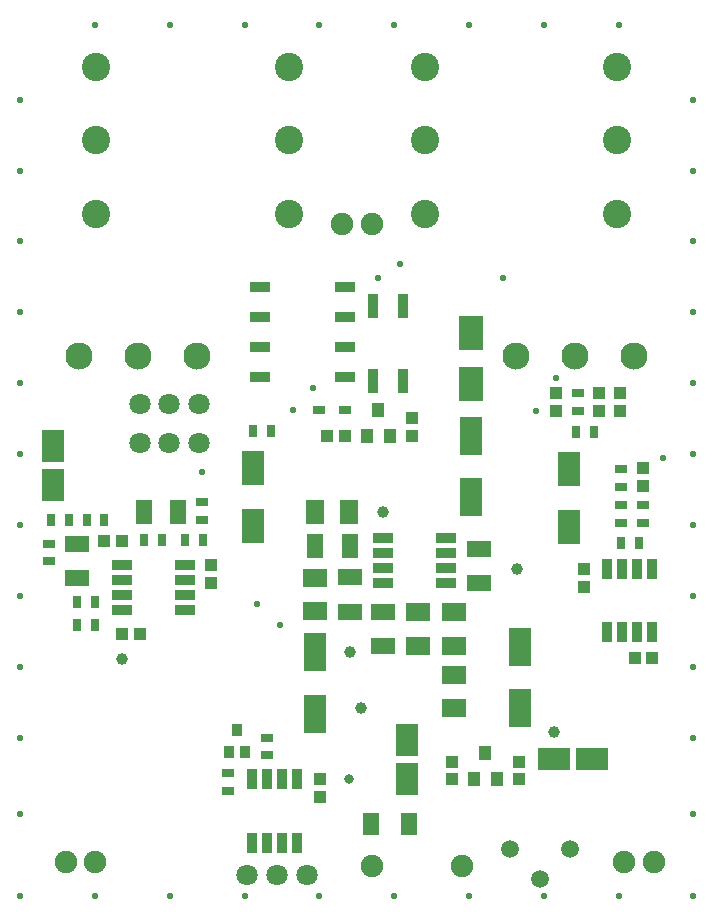
<source format=gts>
%FSLAX46Y46*%
%MOMM*%
%AMPS36*
1,1,2.300000,0.000000,0.000000*
%
%ADD36PS36*%
%AMPS52*
1,1,1.800000,0.000000,0.000000*
%
%ADD52PS52*%
%AMPS58*
1,1,1.500000,0.000000,0.000000*
%
%ADD58PS58*%
%AMPS33*
1,1,2.400000,0.000000,0.000000*
%
%ADD33PS33*%
%AMPS30*
1,1,1.900000,0.000000,0.000000*
%
%ADD30PS30*%
%AMPS49*
1,1,1.900000,0.000000,0.000000*
%
%ADD49PS49*%
%AMPS53*
1,1,1.900000,0.000000,0.000000*
%
%ADD53PS53*%
%AMPS50*
21,1,1.794948,2.941421,0.000000,0.000000,0.000000*
%
%ADD50PS50*%
%AMPS51*
21,1,1.794948,2.941421,0.000000,0.000000,180.000000*
%
%ADD51PS51*%
%AMPS37*
21,1,1.800000,3.150000,0.000000,0.000000,0.000000*
%
%ADD37PS37*%
%AMPS38*
21,1,1.800000,3.150000,0.000000,0.000000,180.000000*
%
%ADD38PS38*%
%AMPS46*
21,1,0.800000,1.750000,0.000000,0.000000,0.000000*
%
%ADD46PS46*%
%AMPS54*
21,1,0.800000,1.750000,0.000000,0.000000,90.000000*
%
%ADD54PS54*%
%AMPS45*
21,1,0.800000,1.750000,0.000000,0.000000,180.000000*
%
%ADD45PS45*%
%AMPS55*
21,1,0.800000,1.750000,0.000000,0.000000,270.000000*
%
%ADD55PS55*%
%AMPS25*
21,1,1.800000,2.700000,0.000000,0.000000,0.000000*
%
%ADD25PS25*%
%AMPS18*
21,1,1.800000,2.700000,0.000000,0.000000,90.000000*
%
%ADD18PS18*%
%AMPS24*
21,1,1.800000,2.700000,0.000000,0.000000,180.000000*
%
%ADD24PS24*%
%AMPS19*
21,1,1.800000,2.700000,0.000000,0.000000,270.000000*
%
%ADD19PS19*%
%AMPS31*
21,1,1.100000,1.200000,0.000000,0.000000,0.000000*
%
%ADD31PS31*%
%AMPS32*
21,1,1.100000,1.200000,0.000000,0.000000,180.000000*
%
%ADD32PS32*%
%AMPS34*
21,1,0.600000,1.100000,0.000000,0.000000,90.000000*
%
%ADD34PS34*%
%AMPS35*
21,1,0.600000,1.100000,0.000000,0.000000,270.000000*
%
%ADD35PS35*%
%AMPS21*
21,1,0.800000,2.000000,0.000000,0.000000,0.000000*
%
%ADD21PS21*%
%AMPS20*
21,1,0.800000,2.000000,0.000000,0.000000,180.000000*
%
%ADD20PS20*%
%AMPS23*
21,1,0.901421,1.691421,0.000000,0.000000,90.000000*
%
%ADD23PS23*%
%AMPS22*
21,1,0.901421,1.691421,0.000000,0.000000,270.000000*
%
%ADD22PS22*%
%AMPS39*
21,1,2.000000,1.540000,0.000000,0.000000,0.000000*
%
%ADD39PS39*%
%AMPS43*
21,1,2.000000,1.540000,0.000000,0.000000,90.000000*
%
%ADD43PS43*%
%AMPS40*
21,1,2.000000,1.540000,0.000000,0.000000,180.000000*
%
%ADD40PS40*%
%AMPS44*
21,1,2.000000,1.540000,0.000000,0.000000,270.000000*
%
%ADD44PS44*%
%AMPS15*
21,1,2.000000,1.400000,0.000000,0.000000,0.000000*
%
%ADD15PS15*%
%AMPS48*
21,1,2.000000,1.400000,0.000000,0.000000,90.000000*
%
%ADD48PS48*%
%AMPS14*
21,1,2.000000,1.400000,0.000000,0.000000,180.000000*
%
%ADD14PS14*%
%AMPS47*
21,1,2.000000,1.400000,0.000000,0.000000,270.000000*
%
%ADD47PS47*%
%AMPS28*
21,1,1.100000,0.700000,0.000000,0.000000,0.000000*
%
%ADD28PS28*%
%AMPS17*
21,1,1.100000,0.700000,0.000000,0.000000,90.000000*
%
%ADD17PS17*%
%AMPS29*
21,1,1.100000,0.700000,0.000000,0.000000,180.000000*
%
%ADD29PS29*%
%AMPS16*
21,1,1.100000,0.700000,0.000000,0.000000,270.000000*
%
%ADD16PS16*%
%AMPS57*
21,1,1.900000,1.300000,0.000000,0.000000,90.000000*
%
%ADD57PS57*%
%AMPS56*
21,1,1.900000,1.300000,0.000000,0.000000,270.000000*
%
%ADD56PS56*%
%AMPS41*
21,1,0.900000,1.100000,0.000000,0.000000,0.000000*
%
%ADD41PS41*%
%AMPS42*
21,1,0.900000,1.100000,0.000000,0.000000,180.000000*
%
%ADD42PS42*%
%AMPS13*
21,1,1.050000,1.000000,0.000000,0.000000,0.000000*
%
%ADD13PS13*%
%AMPS11*
21,1,1.050000,1.000000,0.000000,0.000000,90.000000*
%
%ADD11PS11*%
%AMPS12*
21,1,1.050000,1.000000,0.000000,0.000000,180.000000*
%
%ADD12PS12*%
%AMPS10*
21,1,1.050000,1.000000,0.000000,0.000000,270.000000*
%
%ADD10PS10*%
%AMPS27*
21,1,1.950000,2.850000,0.000000,0.000000,0.000000*
%
%ADD27PS27*%
%AMPS26*
21,1,1.950000,2.850000,0.000000,0.000000,180.000000*
%
%ADD26PS26*%
%AMPS60*
1,1,1.000000,0.000000,0.000000*
%
%ADD60PS60*%
%AMPS61*
1,1,0.800000,0.000000,0.000000*
%
%ADD61PS61*%
%AMPS59*
1,1,0.550000,0.000000,0.000000*
%
%ADD59PS59*%
G01*
G01*
%LPD*%
G75*
D10*
X8130000Y30960000D03*
D11*
X9630000Y30960000D03*
D12*
X53690000Y37130000D03*
D13*
X53690000Y35630000D03*
D14*
X28890000Y27860000D03*
D15*
X28890000Y24960000D03*
D16*
X5830000Y23860000D03*
D17*
X7330000Y23860000D03*
D11*
X11130000Y23100000D03*
D10*
X9630000Y23100000D03*
D18*
X49450000Y12500000D03*
D19*
X46150000Y12500000D03*
D20*
X30870000Y50800000D03*
D21*
X33370000Y44500000D03*
D21*
X30870000Y44500000D03*
D20*
X33370000Y50800000D03*
D22*
X21325000Y44790000D03*
D23*
X28475000Y47330000D03*
D23*
X28475000Y52410000D03*
D23*
X28475000Y49870000D03*
D22*
X21325000Y47330000D03*
D22*
X21325000Y52410000D03*
D23*
X28475000Y44790000D03*
D22*
X21325000Y49870000D03*
D15*
X5830000Y27810000D03*
D14*
X5830000Y30710000D03*
D24*
X33740000Y14050000D03*
D25*
X33740000Y10750000D03*
D26*
X39130000Y48550000D03*
D27*
X39130000Y44250000D03*
D17*
X5130000Y32760000D03*
D16*
X3630000Y32760000D03*
D12*
X50000000Y43450000D03*
D13*
X50000000Y41950000D03*
D28*
X16400000Y32750000D03*
D29*
X16400000Y34250000D03*
D15*
X31740000Y22060000D03*
D14*
X31740000Y24960000D03*
D30*
X52150000Y3780000D03*
D30*
X54650000Y3780000D03*
D31*
X41340000Y10750000D03*
D32*
X40390000Y12950000D03*
D31*
X39440000Y10750000D03*
D33*
X23750000Y58650000D03*
D33*
X23750000Y71100000D03*
D33*
X7450000Y71100000D03*
D33*
X23750000Y64850000D03*
D33*
X7450000Y64850000D03*
D33*
X7450000Y58650000D03*
D29*
X51850000Y33970000D03*
D28*
X51850000Y32470000D03*
D34*
X28475000Y42000000D03*
D35*
X26275000Y42000000D03*
D15*
X39800000Y27390000D03*
D14*
X39800000Y30290000D03*
D13*
X17150000Y27410000D03*
D12*
X17150000Y28910000D03*
D29*
X48190000Y43450000D03*
D28*
X48190000Y41950000D03*
D29*
X53690000Y33970000D03*
D28*
X53690000Y32470000D03*
D12*
X37550000Y12250000D03*
D13*
X37550000Y10750000D03*
D36*
X6000000Y46600000D03*
D36*
X16000000Y46600000D03*
D36*
X11000000Y46600000D03*
D37*
X25990000Y16310000D03*
D38*
X25990000Y21510000D03*
D10*
X26975000Y39830000D03*
D11*
X28475000Y39830000D03*
D36*
X43000000Y46600000D03*
D36*
X53000000Y46600000D03*
D36*
X48000000Y46600000D03*
D17*
X16470000Y31020000D03*
D16*
X14970000Y31020000D03*
D28*
X51850000Y35530000D03*
D29*
X51850000Y37030000D03*
D39*
X37700000Y16766117D03*
D40*
X37700000Y19633883D03*
D41*
X18690000Y13080000D03*
D41*
X19990000Y13080000D03*
D42*
X19340000Y14980000D03*
D43*
X28863883Y33400000D03*
D44*
X25996117Y33400000D03*
D45*
X50690000Y28570000D03*
D45*
X53240000Y28570000D03*
D45*
X54510000Y28570000D03*
D46*
X54510000Y23230000D03*
D46*
X51960000Y23230000D03*
D45*
X51960000Y28570000D03*
D46*
X50690000Y23230000D03*
D46*
X53240000Y23230000D03*
D16*
X51850000Y30800000D03*
D17*
X53350000Y30800000D03*
D39*
X37700000Y22056117D03*
D40*
X37700000Y24923883D03*
D46*
X24410000Y5410000D03*
D46*
X21860000Y5410000D03*
D46*
X20590000Y5410000D03*
D45*
X20590000Y10750000D03*
D45*
X23140000Y10750000D03*
D46*
X23140000Y5410000D03*
D45*
X24410000Y10750000D03*
D45*
X21860000Y10750000D03*
D47*
X25990000Y30500000D03*
D48*
X28890000Y30500000D03*
D39*
X34680000Y22056117D03*
D40*
X34680000Y24923883D03*
D49*
X30750000Y57800000D03*
D49*
X28250000Y57800000D03*
D50*
X47490000Y32130001D03*
D51*
X47490000Y37029999D03*
D29*
X21860000Y14280000D03*
D28*
X21860000Y12780000D03*
D30*
X4850000Y3780000D03*
D30*
X7350000Y3780000D03*
D52*
X11100000Y39250000D03*
D52*
X13600000Y42550000D03*
D52*
X16100000Y42550000D03*
D52*
X11100000Y42550000D03*
D52*
X13600000Y39250000D03*
D52*
X16100000Y39250000D03*
D53*
X30740000Y3430000D03*
D53*
X38360000Y3430000D03*
D40*
X25990000Y27843883D03*
D39*
X25990000Y24976117D03*
D37*
X39130000Y34630000D03*
D38*
X39130000Y39830000D03*
D12*
X34180000Y41330000D03*
D13*
X34180000Y39830000D03*
D13*
X51760000Y41950000D03*
D12*
X51760000Y43450000D03*
D31*
X32280000Y39830000D03*
D32*
X31330000Y42030000D03*
D31*
X30380000Y39830000D03*
D12*
X43250000Y12250000D03*
D13*
X43250000Y10750000D03*
D28*
X3430000Y29210000D03*
D29*
X3430000Y30710000D03*
D10*
X53010000Y21060000D03*
D11*
X54510000Y21060000D03*
D37*
X43300000Y16770000D03*
D38*
X43300000Y21970000D03*
D52*
X20170000Y2700000D03*
D52*
X22710000Y2700000D03*
D52*
X25250000Y2700000D03*
D47*
X11470000Y33420000D03*
D48*
X14370000Y33420000D03*
D54*
X37070000Y31210000D03*
D54*
X37070000Y28660000D03*
D54*
X37070000Y27390000D03*
D55*
X31730000Y27390000D03*
D55*
X31730000Y29940000D03*
D54*
X37070000Y29940000D03*
D55*
X31730000Y31210000D03*
D55*
X31730000Y28660000D03*
D54*
X14970000Y28910000D03*
D54*
X14970000Y26360000D03*
D54*
X14970000Y25090000D03*
D55*
X9630000Y25090000D03*
D55*
X9630000Y27640000D03*
D54*
X14970000Y27640000D03*
D55*
X9630000Y28910000D03*
D55*
X9630000Y26360000D03*
D56*
X30700000Y7000000D03*
D57*
X33900000Y7000000D03*
D13*
X46380000Y41950000D03*
D12*
X46380000Y43450000D03*
D50*
X20730000Y32240001D03*
D51*
X20730000Y37139999D03*
D13*
X26380000Y9250000D03*
D12*
X26380000Y10750000D03*
D13*
X48700000Y27070000D03*
D12*
X48700000Y28570000D03*
D17*
X49550000Y40140000D03*
D16*
X48050000Y40140000D03*
D58*
X47540000Y4900000D03*
D58*
X45000000Y2360000D03*
D58*
X42460000Y4900000D03*
D17*
X12970000Y31020000D03*
D16*
X11470000Y31020000D03*
D29*
X18580000Y11310000D03*
D28*
X18580000Y9810000D03*
D17*
X7330000Y25760000D03*
D16*
X5830000Y25760000D03*
D17*
X22230000Y40239999D03*
D16*
X20730000Y40239999D03*
D33*
X51550000Y58650000D03*
D33*
X51550000Y71100000D03*
D33*
X35250000Y71100000D03*
D33*
X51550000Y64850000D03*
D33*
X35250000Y64850000D03*
D33*
X35250000Y58650000D03*
D17*
X8130000Y32760000D03*
D16*
X6630000Y32760000D03*
D24*
X3760000Y39010000D03*
D25*
X3760000Y35710000D03*
D59*
X32665000Y74633000D03*
D59*
X57997000Y68300000D03*
D59*
X26332000Y74633000D03*
D59*
X25770000Y43930000D03*
D59*
X57997000Y7800000D03*
D59*
X57997000Y14300000D03*
D59*
X38998000Y74633000D03*
D59*
X46380000Y44780000D03*
D59*
X57997000Y20300000D03*
D60*
X29876117Y16766117D03*
D59*
X1000000Y50300000D03*
D59*
X21060000Y25590000D03*
D61*
X28800000Y10750000D03*
D59*
X33140000Y54390000D03*
D59*
X57997000Y38300000D03*
D59*
X51664000Y900000D03*
D59*
X19999000Y900000D03*
D59*
X7333000Y74633000D03*
D60*
X9630000Y20990000D03*
D59*
X1000000Y7800000D03*
D59*
X57997000Y44300000D03*
D59*
X55400000Y37960078D03*
D59*
X1000000Y68300000D03*
D59*
X24090000Y42000000D03*
D59*
X26332000Y900000D03*
D59*
X57997000Y62300000D03*
D59*
X31320000Y53230000D03*
D59*
X41910000Y53230000D03*
D59*
X1000000Y900000D03*
D59*
X13666000Y74633000D03*
D59*
X23000000Y23800000D03*
D59*
X7333000Y900000D03*
D59*
X19999000Y74633000D03*
D59*
X13666000Y900000D03*
D59*
X1000000Y20300000D03*
D59*
X57997000Y50300000D03*
D59*
X1000000Y62300000D03*
D59*
X1000000Y56300000D03*
D59*
X57997000Y56300000D03*
D59*
X57997000Y32300000D03*
D60*
X43060000Y28570000D03*
D59*
X51664000Y74633000D03*
D60*
X46150000Y14810000D03*
D59*
X32665000Y900000D03*
D59*
X16400000Y36800000D03*
D59*
X1000000Y26300000D03*
D59*
X45331000Y74633000D03*
D59*
X1000000Y44300000D03*
D60*
X31730000Y33400000D03*
D59*
X57997000Y900000D03*
D59*
X44700000Y41950000D03*
D60*
X28910000Y21510000D03*
D59*
X38998000Y900000D03*
D59*
X1000000Y32300000D03*
D59*
X1000000Y14300000D03*
D59*
X45331000Y900000D03*
D59*
X1000000Y38300000D03*
D59*
X57997000Y26300000D03*
M02*

</source>
